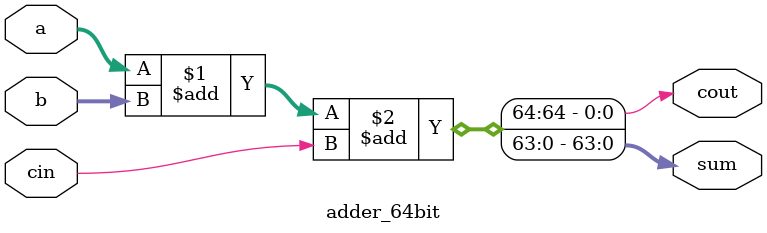
<source format=sv>
module booth4_radix_8_32bit_encoder (data,segment,partial_product);
input [31:0] data;

output [63:0] partial_product;
input [3:0] segment; 
wire cout1;

wire [63:0] partial_product_1;
assign partial_product_1 = data[31] ? {32'hFFFFFFFF, data} : {32'h00000000, data};

wire [63:0] partial_product_2;
assign partial_product_2 = data[31] ? {28'hFFFFFFF,3'b111 ,data, 1'b0} : {31'h00000000, data, 1'b0};

wire [63:0] partial_product_3;
adder_64bit u1 ( partial_product_1,partial_product_2,1'b0,partial_product_3,cout1);

wire [63:0] partial_product_4;
assign partial_product_4 = data[31] ? {28'hFFFFFFF,2'b11, data, 2'b0} : {30'h00000000, data, 2'b0};

wire [63:0] partial_product_minus4;
assign partial_product_minus4 = ~partial_product_4+1'b1;

wire [63:0] partial_product_minus3;
adder_64bit u2 (partial_product_minus4, partial_product_1,1'b0,partial_product_minus3,cout1); // reverse +1=-4 ,-4+1=-3


wire [63:0]partial_product_minus2;
assign partial_product_minus2 = ~partial_product_2+ 1'b1;

wire [63:0] partial_product_minus1;
assign partial_product_minus1 = ~partial_product_1 + 1'b1;

assign partial_product = 
    (segment == 4'b0000) ? {64'b0} : 
    (segment == 4'b0001) ?  partial_product_1 :
    (segment == 4'b0010) ?  partial_product_1 :
    (segment == 4'b0011) ? partial_product_2 :
    (segment == 4'b0100) ? partial_product_2 :
    (segment == 4'b0101) ? partial_product_3 :
    (segment == 4'b0110) ? partial_product_3 :
    (segment == 4'b0111) ? partial_product_4 :
    (segment == 4'b1000) ? partial_product_minus4 :
    (segment == 4'b1001) ? partial_product_minus3 :
    (segment == 4'b1010) ? partial_product_minus2 :
    (segment == 4'b1011) ? partial_product_minus2 :
    (segment == 4'b1100) ? partial_product_minus2 :
    (segment == 4'b1101) ? partial_product_minus1 :
    (segment == 4'b1110) ? partial_product_minus1 :
    {64'b0};  // This corresponds to the default case
endmodule

module adder_64bit (a,b,cin,sum,cout);
input [63:0] a,b;
input cin;
output [63:0] sum;
output cout;

assign {cout,sum} = a + b + cin;

endmodule
</source>
